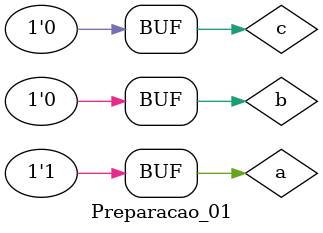
<source format=v>

module Multiplexador ( output s, input a, input b, input sel);
    wire w1, w2;
    //com portas
    and AND1(w1, a, ~sel);
    and AND2(w2, sel, b);
    
    or OR1(s, w1, w2);

endmodule // s = f (x,y)

//-----------------
// Modulo P03
//-----------------
module p03 (output s, input a, input b, input c);
    wire not_a, not_b, not_c;
    wire mux1_out, mux2_out;

    //descrevendo com portas
    not NOT1(not_a, a);
    not NOT2(not_b, b);
    not NOT3(not_c, c);

    // seleciona entre b e a com a chave c
    Multiplexador mux1(mux1_out, b, a, c);

    // seleciona entre NOT(a) e NOT(b) com a chave c
    Multiplexador mux2(mux2_out, not_a, not_b, c);

    // MUX final: Seleciona entre MUX 1 e MUX 2 com o seletor NOT(c)
    Multiplexador mux_final(s, mux1_out, mux2_out, not_c);
endmodule

//-------------------
// Modulo Principal
//------------------
module Preparacao_01;
    reg a, b, c;
    wire s;

    // instancia
    p03 uut (s, a, b, c);

    //------ parte principal
    initial begin: main
        // identificacao
        $display("Tabela da Verdade ");
        // monitoramento
        $display(" a   b   c =  s  ");
        $monitor("%2b  %2b  %2b = %2b", a, b, c, s);

        a = 0; b = 0; c = 0;
        #1 a = 0; b = 0; c = 1; 
        #1 a = 0; b = 1; c = 0; 
        #1 a = 0; b = 1; c = 1; 
        #1 a = 1; b = 0; c = 1;
        #1 a = 1; b = 0; c = 0; 
    end
endmodule //Preparacao_01

/* Registro de Resultado

Tabela da Verdade 
 a   b   c =  s
 0   0   0 =  1
 0   0   1 =  0
 0   1   0 =  1
 0   1   1 =  0
 1   0   1 =  1
 1   0   0 =  0

*/
</source>
